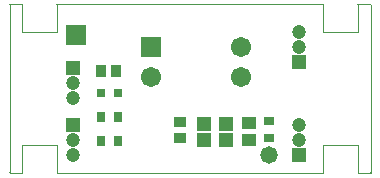
<source format=gts>
G04*
G04 #@! TF.GenerationSoftware,Altium Limited,Altium Designer,20.0.10 (225)*
G04*
G04 Layer_Color=8388736*
%FSLAX25Y25*%
%MOIN*%
G70*
G01*
G75*
%ADD15C,0.00300*%
%ADD16R,0.03150X0.03543*%
%ADD17R,0.03543X0.02559*%
%ADD19R,0.02756X0.02756*%
%ADD23R,0.04934X0.04343*%
%ADD24R,0.03753X0.04147*%
%ADD25R,0.05131X0.04737*%
%ADD26R,0.04147X0.03753*%
%ADD27C,0.04737*%
%ADD28R,0.04737X0.04737*%
%ADD29C,0.06706*%
%ADD30R,0.06706X0.06706*%
%ADD31C,0.05800*%
D15*
X120229Y56102D02*
G03*
X120079Y56252I-150J0D01*
G01*
X120229Y56102D02*
G03*
X120079Y56252I-150J0D01*
G01*
X116142D02*
G03*
X115992Y56102I0J-150D01*
G01*
X116142Y56252D02*
G03*
X115992Y56102I0J-150D01*
G01*
X104481D02*
G03*
X104331Y56252I-150J0D01*
G01*
X104481Y56102D02*
G03*
X104331Y56252I-150J0D01*
G01*
X120079Y-150D02*
G03*
X120229Y0I0J150D01*
G01*
X120079Y-150D02*
G03*
X120229Y0I0J150D01*
G01*
X115992D02*
G03*
X116142Y-150I150J0D01*
G01*
X115992Y0D02*
G03*
X116142Y-150I150J0D01*
G01*
X104331D02*
G03*
X104481Y0I0J150D01*
G01*
X104331Y-150D02*
G03*
X104481Y0I0J150D01*
G01*
X15748Y56252D02*
G03*
X15598Y56102I0J-150D01*
G01*
X15748Y56252D02*
G03*
X15598Y56102I0J-150D01*
G01*
X4087D02*
G03*
X3937Y56252I-150J0D01*
G01*
X4087Y56102D02*
G03*
X3937Y56252I-150J0D01*
G01*
X-0D02*
G03*
X-150Y56102I0J-150D01*
G01*
X-0Y56252D02*
G03*
X-150Y56102I0J-150D01*
G01*
X15598Y-0D02*
G03*
X15748Y-150I150J0D01*
G01*
X15598Y-0D02*
G03*
X15748Y-150I150J0D01*
G01*
X3937D02*
G03*
X4087Y-0I0J150D01*
G01*
X3937Y-150D02*
G03*
X4087Y-0I0J150D01*
G01*
X-150D02*
G03*
X0Y-150I150J0D01*
G01*
X-150Y-0D02*
G03*
X0Y-150I150J0D01*
G01*
X116142Y56252D02*
X120079D01*
X104481Y46902D02*
X115992D01*
X104481D02*
Y56102D01*
X115992Y46902D02*
Y56102D01*
X120229D02*
X120229Y0D01*
X116142Y-150D02*
X120079D01*
X115992Y0D02*
Y9200D01*
X104481Y0D02*
Y9200D01*
X115992D01*
X15748Y56252D02*
X104331Y56252D01*
X15598Y46902D02*
Y56102D01*
X4087Y46902D02*
X15598D01*
X4087D02*
Y56102D01*
X-0Y56252D02*
X3937D01*
X4087Y9200D02*
X15598D01*
Y-0D02*
Y9200D01*
X15748Y-150D02*
X104331Y-150D01*
X4087Y-0D02*
Y9200D01*
X-150Y56102D02*
X-150Y-0D01*
X0Y-150D02*
X3937D01*
D16*
X30260Y10500D02*
D03*
X36165D02*
D03*
Y18500D02*
D03*
X30260D02*
D03*
D17*
X86500Y11683D02*
D03*
Y17392D02*
D03*
D19*
X35969Y26500D02*
D03*
X30457D02*
D03*
D23*
X79635Y16500D02*
D03*
Y10791D02*
D03*
D24*
X35476Y34000D02*
D03*
X30358D02*
D03*
D25*
X72173Y16303D02*
D03*
Y10791D02*
D03*
X64613Y16303D02*
D03*
Y10791D02*
D03*
D26*
X56560Y16795D02*
D03*
Y11677D02*
D03*
D27*
X96500Y16000D02*
D03*
Y11000D02*
D03*
Y46984D02*
D03*
Y41984D02*
D03*
X21000Y6000D02*
D03*
Y11000D02*
D03*
Y25000D02*
D03*
Y30000D02*
D03*
D28*
X96500Y6000D02*
D03*
Y36984D02*
D03*
X21000Y16000D02*
D03*
Y35000D02*
D03*
D29*
X77000Y31996D02*
D03*
Y41996D02*
D03*
X47000Y31996D02*
D03*
D30*
Y41996D02*
D03*
X21984Y46000D02*
D03*
D31*
X86500Y6000D02*
D03*
M02*

</source>
